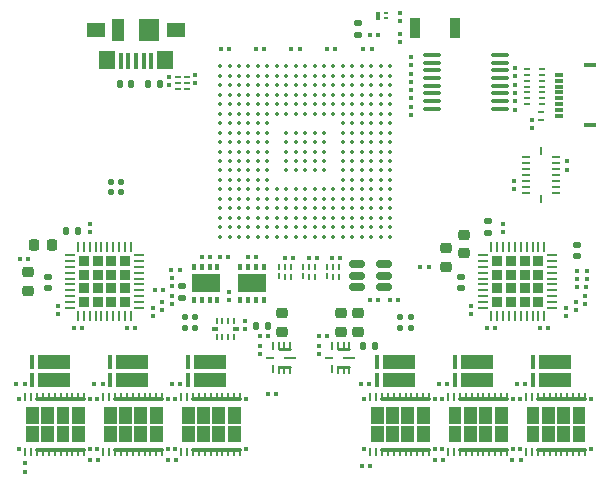
<source format=gtp>
%TF.GenerationSoftware,KiCad,Pcbnew,8.0.0-8.0.0-1~ubuntu22.04.1*%
%TF.CreationDate,2024-03-01T16:14:59+01:00*%
%TF.ProjectId,omodri_laas,6f6d6f64-7269-45f6-9c61-61732e6b6963,3.0*%
%TF.SameCoordinates,Original*%
%TF.FileFunction,Paste,Top*%
%TF.FilePolarity,Positive*%
%FSLAX46Y46*%
G04 Gerber Fmt 4.6, Leading zero omitted, Abs format (unit mm)*
G04 Created by KiCad (PCBNEW 8.0.0-8.0.0-1~ubuntu22.04.1) date 2024-03-01 16:14:59*
%MOMM*%
%LPD*%
G01*
G04 APERTURE LIST*
G04 Aperture macros list*
%AMRoundRect*
0 Rectangle with rounded corners*
0 $1 Rounding radius*
0 $2 $3 $4 $5 $6 $7 $8 $9 X,Y pos of 4 corners*
0 Add a 4 corners polygon primitive as box body*
4,1,4,$2,$3,$4,$5,$6,$7,$8,$9,$2,$3,0*
0 Add four circle primitives for the rounded corners*
1,1,$1+$1,$2,$3*
1,1,$1+$1,$4,$5*
1,1,$1+$1,$6,$7*
1,1,$1+$1,$8,$9*
0 Add four rect primitives between the rounded corners*
20,1,$1+$1,$2,$3,$4,$5,0*
20,1,$1+$1,$4,$5,$6,$7,0*
20,1,$1+$1,$6,$7,$8,$9,0*
20,1,$1+$1,$8,$9,$2,$3,0*%
G04 Aperture macros list end*
%ADD10C,0.250000*%
%ADD11C,0.300000*%
%ADD12C,0.100000*%
%ADD13RoundRect,0.100000X0.637500X0.100000X-0.637500X0.100000X-0.637500X-0.100000X0.637500X-0.100000X0*%
%ADD14RoundRect,0.079500X0.100500X-0.079500X0.100500X0.079500X-0.100500X0.079500X-0.100500X-0.079500X0*%
%ADD15RoundRect,0.079500X-0.079500X-0.100500X0.079500X-0.100500X0.079500X0.100500X-0.079500X0.100500X0*%
%ADD16RoundRect,0.140000X0.140000X0.170000X-0.140000X0.170000X-0.140000X-0.170000X0.140000X-0.170000X0*%
%ADD17RoundRect,0.218750X0.256250X-0.218750X0.256250X0.218750X-0.256250X0.218750X-0.256250X-0.218750X0*%
%ADD18RoundRect,0.079500X0.079500X0.100500X-0.079500X0.100500X-0.079500X-0.100500X0.079500X-0.100500X0*%
%ADD19R,2.700000X1.150000*%
%ADD20R,0.350000X1.150000*%
%ADD21R,0.250000X0.800000*%
%ADD22R,0.250000X0.700000*%
%ADD23R,1.100000X0.250000*%
%ADD24R,0.700000X0.250000*%
%ADD25R,0.300000X0.600000*%
%ADD26R,2.400000X1.650000*%
%ADD27RoundRect,0.079500X-0.100500X0.079500X-0.100500X-0.079500X0.100500X-0.079500X0.100500X0.079500X0*%
%ADD28RoundRect,0.140000X-0.170000X0.140000X-0.170000X-0.140000X0.170000X-0.140000X0.170000X0.140000X0*%
%ADD29R,0.400000X0.250000*%
%ADD30R,0.400000X0.700000*%
%ADD31RoundRect,0.147500X-0.172500X0.147500X-0.172500X-0.147500X0.172500X-0.147500X0.172500X0.147500X0*%
%ADD32RoundRect,0.140000X-0.140000X-0.170000X0.140000X-0.170000X0.140000X0.170000X-0.140000X0.170000X0*%
%ADD33RoundRect,0.225000X-0.250000X0.225000X-0.250000X-0.225000X0.250000X-0.225000X0.250000X0.225000X0*%
%ADD34RoundRect,0.225000X-0.225000X-0.250000X0.225000X-0.250000X0.225000X0.250000X-0.225000X0.250000X0*%
%ADD35RoundRect,0.147500X0.172500X-0.147500X0.172500X0.147500X-0.172500X0.147500X-0.172500X-0.147500X0*%
%ADD36RoundRect,0.225000X0.250000X-0.225000X0.250000X0.225000X-0.250000X0.225000X-0.250000X-0.225000X0*%
%ADD37R,0.700000X0.300000*%
%ADD38R,1.000000X0.300000*%
%ADD39RoundRect,0.232500X-0.232500X-0.232500X0.232500X-0.232500X0.232500X0.232500X-0.232500X0.232500X0*%
%ADD40RoundRect,0.062500X-0.350000X-0.062500X0.350000X-0.062500X0.350000X0.062500X-0.350000X0.062500X0*%
%ADD41RoundRect,0.062500X-0.062500X-0.350000X0.062500X-0.350000X0.062500X0.350000X-0.062500X0.350000X0*%
%ADD42R,0.249999X0.700001*%
%ADD43R,0.375001X0.429999*%
%ADD44RoundRect,0.150000X-0.512500X-0.150000X0.512500X-0.150000X0.512500X0.150000X-0.512500X0.150000X0*%
%ADD45R,0.450000X1.380000*%
%ADD46R,1.650000X1.300000*%
%ADD47R,1.425000X1.550000*%
%ADD48R,1.800000X1.900000*%
%ADD49R,1.000000X1.900000*%
%ADD50RoundRect,0.147500X-0.147500X-0.172500X0.147500X-0.172500X0.147500X0.172500X-0.147500X0.172500X0*%
%ADD51RoundRect,0.147500X0.147500X0.172500X-0.147500X0.172500X-0.147500X-0.172500X0.147500X-0.172500X0*%
%ADD52R,0.900000X1.700000*%
%ADD53R,0.675000X0.250000*%
%ADD54R,0.250000X0.675000*%
%ADD55R,0.250000X0.550000*%
%ADD56R,0.200000X0.550000*%
%ADD57R,0.600000X0.300000*%
%ADD58R,0.550000X0.200000*%
%ADD59R,0.500000X0.200000*%
%ADD60R,0.200000X0.500000*%
%ADD61RoundRect,0.125000X0.125000X0.125000X-0.125000X0.125000X-0.125000X-0.125000X0.125000X-0.125000X0*%
%ADD62R,0.510000X0.260000*%
%ADD63RoundRect,0.125000X-0.125000X-0.125000X0.125000X-0.125000X0.125000X0.125000X-0.125000X0.125000X0*%
%ADD64R,0.499999X0.200000*%
%ADD65C,0.350000*%
G04 APERTURE END LIST*
D10*
%TO.C,U13*%
X122750000Y-79225000D02*
X123750000Y-79225000D01*
X122750000Y-80775000D02*
X123750000Y-80775000D01*
D11*
%TO.C,Q2*%
X106270000Y-83450000D02*
X102330000Y-83450000D01*
X106270000Y-87750000D02*
X102330000Y-87750000D01*
D12*
X102350000Y-85450000D02*
X101350000Y-85450000D01*
X101350000Y-84150000D01*
X102350000Y-84150000D01*
X102350000Y-85450000D01*
G36*
X102350000Y-85450000D02*
G01*
X101350000Y-85450000D01*
X101350000Y-84150000D01*
X102350000Y-84150000D01*
X102350000Y-85450000D01*
G37*
X102350000Y-87000000D02*
X101350000Y-87000000D01*
X101350000Y-85750000D01*
X102350000Y-85750000D01*
X102350000Y-87000000D01*
G36*
X102350000Y-87000000D02*
G01*
X101350000Y-87000000D01*
X101350000Y-85750000D01*
X102350000Y-85750000D01*
X102350000Y-87000000D01*
G37*
X103650000Y-85450000D02*
X102650000Y-85450000D01*
X102650000Y-84150000D01*
X103650000Y-84150000D01*
X103650000Y-85450000D01*
G36*
X103650000Y-85450000D02*
G01*
X102650000Y-85450000D01*
X102650000Y-84150000D01*
X103650000Y-84150000D01*
X103650000Y-85450000D01*
G37*
X103650000Y-87000000D02*
X102650000Y-87000000D01*
X102650000Y-85750000D01*
X103650000Y-85750000D01*
X103650000Y-87000000D01*
G36*
X103650000Y-87000000D02*
G01*
X102650000Y-87000000D01*
X102650000Y-85750000D01*
X103650000Y-85750000D01*
X103650000Y-87000000D01*
G37*
X104950000Y-85450000D02*
X103950000Y-85450000D01*
X103950000Y-84150000D01*
X104950000Y-84150000D01*
X104950000Y-85450000D01*
G36*
X104950000Y-85450000D02*
G01*
X103950000Y-85450000D01*
X103950000Y-84150000D01*
X104950000Y-84150000D01*
X104950000Y-85450000D01*
G37*
X104950000Y-87000000D02*
X103950000Y-87000000D01*
X103950000Y-85750000D01*
X104950000Y-85750000D01*
X104950000Y-87000000D01*
G36*
X104950000Y-87000000D02*
G01*
X103950000Y-87000000D01*
X103950000Y-85750000D01*
X104950000Y-85750000D01*
X104950000Y-87000000D01*
G37*
X106250000Y-85450000D02*
X105250000Y-85450000D01*
X105250000Y-84150000D01*
X106250000Y-84150000D01*
X106250000Y-85450000D01*
G36*
X106250000Y-85450000D02*
G01*
X105250000Y-85450000D01*
X105250000Y-84150000D01*
X106250000Y-84150000D01*
X106250000Y-85450000D01*
G37*
X106250000Y-87000000D02*
X105250000Y-87000000D01*
X105250000Y-85750000D01*
X106250000Y-85750000D01*
X106250000Y-87000000D01*
G36*
X106250000Y-87000000D02*
G01*
X105250000Y-87000000D01*
X105250000Y-85750000D01*
X106250000Y-85750000D01*
X106250000Y-87000000D01*
G37*
D11*
%TO.C,Q3*%
X112870000Y-83450000D02*
X108930000Y-83450000D01*
X112870000Y-87750000D02*
X108930000Y-87750000D01*
D12*
X108950000Y-85450000D02*
X107950000Y-85450000D01*
X107950000Y-84150000D01*
X108950000Y-84150000D01*
X108950000Y-85450000D01*
G36*
X108950000Y-85450000D02*
G01*
X107950000Y-85450000D01*
X107950000Y-84150000D01*
X108950000Y-84150000D01*
X108950000Y-85450000D01*
G37*
X108950000Y-87000000D02*
X107950000Y-87000000D01*
X107950000Y-85750000D01*
X108950000Y-85750000D01*
X108950000Y-87000000D01*
G36*
X108950000Y-87000000D02*
G01*
X107950000Y-87000000D01*
X107950000Y-85750000D01*
X108950000Y-85750000D01*
X108950000Y-87000000D01*
G37*
X110250000Y-85450000D02*
X109250000Y-85450000D01*
X109250000Y-84150000D01*
X110250000Y-84150000D01*
X110250000Y-85450000D01*
G36*
X110250000Y-85450000D02*
G01*
X109250000Y-85450000D01*
X109250000Y-84150000D01*
X110250000Y-84150000D01*
X110250000Y-85450000D01*
G37*
X110250000Y-87000000D02*
X109250000Y-87000000D01*
X109250000Y-85750000D01*
X110250000Y-85750000D01*
X110250000Y-87000000D01*
G36*
X110250000Y-87000000D02*
G01*
X109250000Y-87000000D01*
X109250000Y-85750000D01*
X110250000Y-85750000D01*
X110250000Y-87000000D01*
G37*
X111550000Y-85450000D02*
X110550000Y-85450000D01*
X110550000Y-84150000D01*
X111550000Y-84150000D01*
X111550000Y-85450000D01*
G36*
X111550000Y-85450000D02*
G01*
X110550000Y-85450000D01*
X110550000Y-84150000D01*
X111550000Y-84150000D01*
X111550000Y-85450000D01*
G37*
X111550000Y-87000000D02*
X110550000Y-87000000D01*
X110550000Y-85750000D01*
X111550000Y-85750000D01*
X111550000Y-87000000D01*
G36*
X111550000Y-87000000D02*
G01*
X110550000Y-87000000D01*
X110550000Y-85750000D01*
X111550000Y-85750000D01*
X111550000Y-87000000D01*
G37*
X112850000Y-85450000D02*
X111850000Y-85450000D01*
X111850000Y-84150000D01*
X112850000Y-84150000D01*
X112850000Y-85450000D01*
G36*
X112850000Y-85450000D02*
G01*
X111850000Y-85450000D01*
X111850000Y-84150000D01*
X112850000Y-84150000D01*
X112850000Y-85450000D01*
G37*
X112850000Y-87000000D02*
X111850000Y-87000000D01*
X111850000Y-85750000D01*
X112850000Y-85750000D01*
X112850000Y-87000000D01*
G36*
X112850000Y-87000000D02*
G01*
X111850000Y-87000000D01*
X111850000Y-85750000D01*
X112850000Y-85750000D01*
X112850000Y-87000000D01*
G37*
D11*
%TO.C,Q4*%
X119470000Y-83450000D02*
X115530000Y-83450000D01*
X119470000Y-87750000D02*
X115530000Y-87750000D01*
D12*
X115550000Y-85450000D02*
X114550000Y-85450000D01*
X114550000Y-84150000D01*
X115550000Y-84150000D01*
X115550000Y-85450000D01*
G36*
X115550000Y-85450000D02*
G01*
X114550000Y-85450000D01*
X114550000Y-84150000D01*
X115550000Y-84150000D01*
X115550000Y-85450000D01*
G37*
X115550000Y-87000000D02*
X114550000Y-87000000D01*
X114550000Y-85750000D01*
X115550000Y-85750000D01*
X115550000Y-87000000D01*
G36*
X115550000Y-87000000D02*
G01*
X114550000Y-87000000D01*
X114550000Y-85750000D01*
X115550000Y-85750000D01*
X115550000Y-87000000D01*
G37*
X116850000Y-85450000D02*
X115850000Y-85450000D01*
X115850000Y-84150000D01*
X116850000Y-84150000D01*
X116850000Y-85450000D01*
G36*
X116850000Y-85450000D02*
G01*
X115850000Y-85450000D01*
X115850000Y-84150000D01*
X116850000Y-84150000D01*
X116850000Y-85450000D01*
G37*
X116850000Y-87000000D02*
X115850000Y-87000000D01*
X115850000Y-85750000D01*
X116850000Y-85750000D01*
X116850000Y-87000000D01*
G36*
X116850000Y-87000000D02*
G01*
X115850000Y-87000000D01*
X115850000Y-85750000D01*
X116850000Y-85750000D01*
X116850000Y-87000000D01*
G37*
X118150000Y-85450000D02*
X117150000Y-85450000D01*
X117150000Y-84150000D01*
X118150000Y-84150000D01*
X118150000Y-85450000D01*
G36*
X118150000Y-85450000D02*
G01*
X117150000Y-85450000D01*
X117150000Y-84150000D01*
X118150000Y-84150000D01*
X118150000Y-85450000D01*
G37*
X118150000Y-87000000D02*
X117150000Y-87000000D01*
X117150000Y-85750000D01*
X118150000Y-85750000D01*
X118150000Y-87000000D01*
G36*
X118150000Y-87000000D02*
G01*
X117150000Y-87000000D01*
X117150000Y-85750000D01*
X118150000Y-85750000D01*
X118150000Y-87000000D01*
G37*
X119450000Y-85450000D02*
X118450000Y-85450000D01*
X118450000Y-84150000D01*
X119450000Y-84150000D01*
X119450000Y-85450000D01*
G36*
X119450000Y-85450000D02*
G01*
X118450000Y-85450000D01*
X118450000Y-84150000D01*
X119450000Y-84150000D01*
X119450000Y-85450000D01*
G37*
X119450000Y-87000000D02*
X118450000Y-87000000D01*
X118450000Y-85750000D01*
X119450000Y-85750000D01*
X119450000Y-87000000D01*
G36*
X119450000Y-87000000D02*
G01*
X118450000Y-87000000D01*
X118450000Y-85750000D01*
X119450000Y-85750000D01*
X119450000Y-87000000D01*
G37*
D11*
%TO.C,Q5*%
X135470000Y-83450000D02*
X131530000Y-83450000D01*
X135470000Y-87750000D02*
X131530000Y-87750000D01*
D12*
X131550000Y-85450000D02*
X130550000Y-85450000D01*
X130550000Y-84150000D01*
X131550000Y-84150000D01*
X131550000Y-85450000D01*
G36*
X131550000Y-85450000D02*
G01*
X130550000Y-85450000D01*
X130550000Y-84150000D01*
X131550000Y-84150000D01*
X131550000Y-85450000D01*
G37*
X131550000Y-87000000D02*
X130550000Y-87000000D01*
X130550000Y-85750000D01*
X131550000Y-85750000D01*
X131550000Y-87000000D01*
G36*
X131550000Y-87000000D02*
G01*
X130550000Y-87000000D01*
X130550000Y-85750000D01*
X131550000Y-85750000D01*
X131550000Y-87000000D01*
G37*
X132850000Y-85450000D02*
X131850000Y-85450000D01*
X131850000Y-84150000D01*
X132850000Y-84150000D01*
X132850000Y-85450000D01*
G36*
X132850000Y-85450000D02*
G01*
X131850000Y-85450000D01*
X131850000Y-84150000D01*
X132850000Y-84150000D01*
X132850000Y-85450000D01*
G37*
X132850000Y-87000000D02*
X131850000Y-87000000D01*
X131850000Y-85750000D01*
X132850000Y-85750000D01*
X132850000Y-87000000D01*
G36*
X132850000Y-87000000D02*
G01*
X131850000Y-87000000D01*
X131850000Y-85750000D01*
X132850000Y-85750000D01*
X132850000Y-87000000D01*
G37*
X134150000Y-85450000D02*
X133150000Y-85450000D01*
X133150000Y-84150000D01*
X134150000Y-84150000D01*
X134150000Y-85450000D01*
G36*
X134150000Y-85450000D02*
G01*
X133150000Y-85450000D01*
X133150000Y-84150000D01*
X134150000Y-84150000D01*
X134150000Y-85450000D01*
G37*
X134150000Y-87000000D02*
X133150000Y-87000000D01*
X133150000Y-85750000D01*
X134150000Y-85750000D01*
X134150000Y-87000000D01*
G36*
X134150000Y-87000000D02*
G01*
X133150000Y-87000000D01*
X133150000Y-85750000D01*
X134150000Y-85750000D01*
X134150000Y-87000000D01*
G37*
X135450000Y-85450000D02*
X134450000Y-85450000D01*
X134450000Y-84150000D01*
X135450000Y-84150000D01*
X135450000Y-85450000D01*
G36*
X135450000Y-85450000D02*
G01*
X134450000Y-85450000D01*
X134450000Y-84150000D01*
X135450000Y-84150000D01*
X135450000Y-85450000D01*
G37*
X135450000Y-87000000D02*
X134450000Y-87000000D01*
X134450000Y-85750000D01*
X135450000Y-85750000D01*
X135450000Y-87000000D01*
G36*
X135450000Y-87000000D02*
G01*
X134450000Y-87000000D01*
X134450000Y-85750000D01*
X135450000Y-85750000D01*
X135450000Y-87000000D01*
G37*
D11*
%TO.C,Q6*%
X142070000Y-83450000D02*
X138130000Y-83450000D01*
X142070000Y-87750000D02*
X138130000Y-87750000D01*
D12*
X138150000Y-85450000D02*
X137150000Y-85450000D01*
X137150000Y-84150000D01*
X138150000Y-84150000D01*
X138150000Y-85450000D01*
G36*
X138150000Y-85450000D02*
G01*
X137150000Y-85450000D01*
X137150000Y-84150000D01*
X138150000Y-84150000D01*
X138150000Y-85450000D01*
G37*
X138150000Y-87000000D02*
X137150000Y-87000000D01*
X137150000Y-85750000D01*
X138150000Y-85750000D01*
X138150000Y-87000000D01*
G36*
X138150000Y-87000000D02*
G01*
X137150000Y-87000000D01*
X137150000Y-85750000D01*
X138150000Y-85750000D01*
X138150000Y-87000000D01*
G37*
X139450000Y-85450000D02*
X138450000Y-85450000D01*
X138450000Y-84150000D01*
X139450000Y-84150000D01*
X139450000Y-85450000D01*
G36*
X139450000Y-85450000D02*
G01*
X138450000Y-85450000D01*
X138450000Y-84150000D01*
X139450000Y-84150000D01*
X139450000Y-85450000D01*
G37*
X139450000Y-87000000D02*
X138450000Y-87000000D01*
X138450000Y-85750000D01*
X139450000Y-85750000D01*
X139450000Y-87000000D01*
G36*
X139450000Y-87000000D02*
G01*
X138450000Y-87000000D01*
X138450000Y-85750000D01*
X139450000Y-85750000D01*
X139450000Y-87000000D01*
G37*
X140750000Y-85450000D02*
X139750000Y-85450000D01*
X139750000Y-84150000D01*
X140750000Y-84150000D01*
X140750000Y-85450000D01*
G36*
X140750000Y-85450000D02*
G01*
X139750000Y-85450000D01*
X139750000Y-84150000D01*
X140750000Y-84150000D01*
X140750000Y-85450000D01*
G37*
X140750000Y-87000000D02*
X139750000Y-87000000D01*
X139750000Y-85750000D01*
X140750000Y-85750000D01*
X140750000Y-87000000D01*
G36*
X140750000Y-87000000D02*
G01*
X139750000Y-87000000D01*
X139750000Y-85750000D01*
X140750000Y-85750000D01*
X140750000Y-87000000D01*
G37*
X142050000Y-85450000D02*
X141050000Y-85450000D01*
X141050000Y-84150000D01*
X142050000Y-84150000D01*
X142050000Y-85450000D01*
G36*
X142050000Y-85450000D02*
G01*
X141050000Y-85450000D01*
X141050000Y-84150000D01*
X142050000Y-84150000D01*
X142050000Y-85450000D01*
G37*
X142050000Y-87000000D02*
X141050000Y-87000000D01*
X141050000Y-85750000D01*
X142050000Y-85750000D01*
X142050000Y-87000000D01*
G36*
X142050000Y-87000000D02*
G01*
X141050000Y-87000000D01*
X141050000Y-85750000D01*
X142050000Y-85750000D01*
X142050000Y-87000000D01*
G37*
D11*
%TO.C,Q7*%
X148670000Y-83450000D02*
X144730000Y-83450000D01*
X148670000Y-87750000D02*
X144730000Y-87750000D01*
D12*
X144750000Y-85450000D02*
X143750000Y-85450000D01*
X143750000Y-84150000D01*
X144750000Y-84150000D01*
X144750000Y-85450000D01*
G36*
X144750000Y-85450000D02*
G01*
X143750000Y-85450000D01*
X143750000Y-84150000D01*
X144750000Y-84150000D01*
X144750000Y-85450000D01*
G37*
X144750000Y-87000000D02*
X143750000Y-87000000D01*
X143750000Y-85750000D01*
X144750000Y-85750000D01*
X144750000Y-87000000D01*
G36*
X144750000Y-87000000D02*
G01*
X143750000Y-87000000D01*
X143750000Y-85750000D01*
X144750000Y-85750000D01*
X144750000Y-87000000D01*
G37*
X146050000Y-85450000D02*
X145050000Y-85450000D01*
X145050000Y-84150000D01*
X146050000Y-84150000D01*
X146050000Y-85450000D01*
G36*
X146050000Y-85450000D02*
G01*
X145050000Y-85450000D01*
X145050000Y-84150000D01*
X146050000Y-84150000D01*
X146050000Y-85450000D01*
G37*
X146050000Y-87000000D02*
X145050000Y-87000000D01*
X145050000Y-85750000D01*
X146050000Y-85750000D01*
X146050000Y-87000000D01*
G36*
X146050000Y-87000000D02*
G01*
X145050000Y-87000000D01*
X145050000Y-85750000D01*
X146050000Y-85750000D01*
X146050000Y-87000000D01*
G37*
X147350000Y-85450000D02*
X146350000Y-85450000D01*
X146350000Y-84150000D01*
X147350000Y-84150000D01*
X147350000Y-85450000D01*
G36*
X147350000Y-85450000D02*
G01*
X146350000Y-85450000D01*
X146350000Y-84150000D01*
X147350000Y-84150000D01*
X147350000Y-85450000D01*
G37*
X147350000Y-87000000D02*
X146350000Y-87000000D01*
X146350000Y-85750000D01*
X147350000Y-85750000D01*
X147350000Y-87000000D01*
G36*
X147350000Y-87000000D02*
G01*
X146350000Y-87000000D01*
X146350000Y-85750000D01*
X147350000Y-85750000D01*
X147350000Y-87000000D01*
G37*
X148650000Y-85450000D02*
X147650000Y-85450000D01*
X147650000Y-84150000D01*
X148650000Y-84150000D01*
X148650000Y-85450000D01*
G36*
X148650000Y-85450000D02*
G01*
X147650000Y-85450000D01*
X147650000Y-84150000D01*
X148650000Y-84150000D01*
X148650000Y-85450000D01*
G37*
X148650000Y-87000000D02*
X147650000Y-87000000D01*
X147650000Y-85750000D01*
X148650000Y-85750000D01*
X148650000Y-87000000D01*
G36*
X148650000Y-87000000D02*
G01*
X147650000Y-87000000D01*
X147650000Y-85750000D01*
X148650000Y-85750000D01*
X148650000Y-87000000D01*
G37*
D10*
%TO.C,U12*%
X127750000Y-79225000D02*
X128750000Y-79225000D01*
X127750000Y-80775000D02*
X128750000Y-80775000D01*
%TD*%
D13*
%TO.C,U5*%
X141462500Y-58875000D03*
X141462500Y-58225000D03*
X141462500Y-57575000D03*
X141462500Y-56925000D03*
X141462500Y-56275000D03*
X141462500Y-55625000D03*
X141462500Y-54975000D03*
X141462500Y-54325000D03*
X135737500Y-54325000D03*
X135737500Y-54975000D03*
X135737500Y-55625000D03*
X135737500Y-56275000D03*
X135737500Y-56925000D03*
X135737500Y-57575000D03*
X135737500Y-58225000D03*
X135737500Y-58875000D03*
%TD*%
D14*
%TO.C,C41*%
X141750000Y-69345000D03*
X141750000Y-68655000D03*
%TD*%
D15*
%TO.C,C49*%
X144905000Y-77450000D03*
X145595000Y-77450000D03*
%TD*%
D16*
%TO.C,C65*%
X121830000Y-77250000D03*
X120870000Y-77250000D03*
%TD*%
D15*
%TO.C,C69*%
X132155000Y-75100000D03*
X132845000Y-75100000D03*
%TD*%
D17*
%TO.C,FB3*%
X123000000Y-77787500D03*
X123000000Y-76212500D03*
%TD*%
D18*
%TO.C,R26*%
X130625000Y-53800000D03*
X129935000Y-53800000D03*
%TD*%
D19*
%TO.C,R40*%
X132925000Y-81875000D03*
D20*
X131100000Y-81875000D03*
X131100000Y-80325000D03*
D19*
X132925000Y-80325000D03*
%TD*%
D21*
%TO.C,U13*%
X122250000Y-80950000D03*
D22*
X122750000Y-81000000D03*
X123250000Y-81000000D03*
X123750000Y-81000000D03*
D23*
X123750000Y-80000000D03*
D22*
X123750000Y-79000000D03*
X123250000Y-79000000D03*
X122750000Y-79000000D03*
X122250000Y-79000000D03*
D24*
X122050000Y-80000000D03*
%TD*%
D14*
%TO.C,R44*%
X148700000Y-75415000D03*
X148700000Y-74725000D03*
%TD*%
%TO.C,R23*%
X134000000Y-59395000D03*
X134000000Y-58705000D03*
%TD*%
D25*
%TO.C,U17*%
X121475000Y-72250000D03*
X120825000Y-72250000D03*
X120175000Y-72250000D03*
X119525000Y-72250000D03*
X119525000Y-75050000D03*
X120175000Y-75050000D03*
X120825000Y-75050000D03*
X121475000Y-75050000D03*
D26*
X120500000Y-73650000D03*
%TD*%
D18*
%TO.C,C45*%
X141095000Y-77450000D03*
X140405000Y-77450000D03*
%TD*%
D27*
%TO.C,R20*%
X142800000Y-55455000D03*
X142800000Y-56145000D03*
%TD*%
%TO.C,R21*%
X134000000Y-54505000D03*
X134000000Y-55195000D03*
%TD*%
D28*
%TO.C,C37*%
X138200000Y-73120000D03*
X138200000Y-74080000D03*
%TD*%
D29*
%TO.C,Q1*%
X131850000Y-51225000D03*
X131850000Y-50775000D03*
D30*
X131150000Y-51000000D03*
%TD*%
D27*
%TO.C,C43*%
X139050000Y-75605000D03*
X139050000Y-76295000D03*
%TD*%
D19*
%TO.C,R41*%
X139525000Y-81875000D03*
D20*
X137700000Y-81875000D03*
X137700000Y-80325000D03*
D19*
X139525000Y-80325000D03*
%TD*%
D27*
%TO.C,R37*%
X113700000Y-73225000D03*
X113700000Y-73915000D03*
%TD*%
D14*
%TO.C,R45*%
X148000000Y-73275000D03*
X148000000Y-72585000D03*
%TD*%
%TO.C,R46*%
X148875000Y-73275000D03*
X148875000Y-72585000D03*
%TD*%
D31*
%TO.C,D9*%
X114600000Y-73890000D03*
X114600000Y-74860000D03*
%TD*%
D32*
%TO.C,C27*%
X104790000Y-69200000D03*
X105750000Y-69200000D03*
%TD*%
D18*
%TO.C,R53*%
X121865000Y-78100000D03*
X121175000Y-78100000D03*
%TD*%
D32*
%TO.C,C62*%
X129920000Y-79000000D03*
X130880000Y-79000000D03*
%TD*%
D27*
%TO.C,R52*%
X126200000Y-78975000D03*
X126200000Y-79665000D03*
%TD*%
D33*
%TO.C,C25*%
X101500000Y-72725000D03*
X101500000Y-74275000D03*
%TD*%
D34*
%TO.C,C29*%
X102025000Y-70400000D03*
X103575000Y-70400000D03*
%TD*%
D14*
%TO.C,C28*%
X106750000Y-69345000D03*
X106750000Y-68655000D03*
%TD*%
D18*
%TO.C,C68*%
X131195000Y-75100000D03*
X130505000Y-75100000D03*
%TD*%
%TO.C,R51*%
X126865000Y-78100000D03*
X126175000Y-78100000D03*
%TD*%
D15*
%TO.C,C31*%
X112255000Y-74250000D03*
X112945000Y-74250000D03*
%TD*%
D35*
%TO.C,D10*%
X148000000Y-71370000D03*
X148000000Y-70400000D03*
%TD*%
D28*
%TO.C,C40*%
X140500000Y-68420000D03*
X140500000Y-69380000D03*
%TD*%
D36*
%TO.C,C38*%
X136900000Y-72250000D03*
X136900000Y-70700000D03*
%TD*%
D19*
%TO.C,R39*%
X116925000Y-81875000D03*
D20*
X115100000Y-81875000D03*
X115100000Y-80325000D03*
D19*
X116925000Y-80325000D03*
%TD*%
D15*
%TO.C,C36*%
X109905000Y-77450000D03*
X110595000Y-77450000D03*
%TD*%
D27*
%TO.C,C30*%
X104050000Y-75605000D03*
X104050000Y-76295000D03*
%TD*%
D18*
%TO.C,C32*%
X106095000Y-77450000D03*
X105405000Y-77450000D03*
%TD*%
D19*
%TO.C,R32*%
X110325000Y-81875000D03*
D20*
X108500000Y-81875000D03*
X108500000Y-80325000D03*
D19*
X110325000Y-80325000D03*
%TD*%
D14*
%TO.C,R42*%
X147100000Y-76415000D03*
X147100000Y-75725000D03*
%TD*%
%TO.C,R34*%
X112900000Y-75915000D03*
X112900000Y-75225000D03*
%TD*%
D27*
%TO.C,R54*%
X121200000Y-78975000D03*
X121200000Y-79665000D03*
%TD*%
D17*
%TO.C,FB1*%
X128000000Y-77787500D03*
X128000000Y-76212500D03*
%TD*%
%TO.C,FB2*%
X129500000Y-77787500D03*
X129500000Y-76212500D03*
%TD*%
D27*
%TO.C,R29*%
X133000000Y-50755000D03*
X133000000Y-51445000D03*
%TD*%
D14*
%TO.C,C14*%
X134000000Y-56595000D03*
X134000000Y-55905000D03*
%TD*%
%TO.C,R33*%
X112100000Y-76415000D03*
X112100000Y-75725000D03*
%TD*%
%TO.C,R43*%
X147900000Y-75915000D03*
X147900000Y-75225000D03*
%TD*%
%TO.C,R35*%
X113700000Y-75415000D03*
X113700000Y-74725000D03*
%TD*%
%TO.C,R19*%
X142800000Y-57545000D03*
X142800000Y-56855000D03*
%TD*%
D19*
%TO.C,R31*%
X103725000Y-81875000D03*
D20*
X101900000Y-81875000D03*
X101900000Y-80325000D03*
D19*
X103725000Y-80325000D03*
%TD*%
D37*
%TO.C,J5*%
X146500000Y-59500000D03*
X146500000Y-59000000D03*
X146500000Y-58500000D03*
X146500000Y-58000000D03*
X146500000Y-57500000D03*
X146500000Y-57000000D03*
X146500000Y-56500000D03*
X146500000Y-56000000D03*
D38*
X149150000Y-60290000D03*
X149150000Y-55210000D03*
%TD*%
D19*
%TO.C,R47*%
X146125000Y-81875000D03*
D20*
X144300000Y-81875000D03*
X144300000Y-80325000D03*
D19*
X146125000Y-80325000D03*
%TD*%
D39*
%TO.C,U9*%
X106275000Y-71775000D03*
X106275000Y-72925000D03*
X106275000Y-74075000D03*
X106275000Y-75225000D03*
X107425000Y-71775000D03*
X107425000Y-72925000D03*
X107425000Y-74075000D03*
X107425000Y-75225000D03*
X108575000Y-71775000D03*
X108575000Y-72925000D03*
X108575000Y-74075000D03*
X108575000Y-75225000D03*
X109725000Y-71775000D03*
X109725000Y-72925000D03*
X109725000Y-74075000D03*
X109725000Y-75225000D03*
D40*
X105062500Y-71250000D03*
X105062500Y-71750000D03*
X105062500Y-72250000D03*
X105062500Y-72750000D03*
X105062500Y-73250000D03*
X105062500Y-73750000D03*
X105062500Y-74250000D03*
X105062500Y-74750000D03*
X105062500Y-75250000D03*
X105062500Y-75750000D03*
D41*
X105750000Y-76437500D03*
X106250000Y-76437500D03*
X106750000Y-76437500D03*
X107250000Y-76437500D03*
X107750000Y-76437500D03*
X108250000Y-76437500D03*
X108750000Y-76437500D03*
X109250000Y-76437500D03*
X109750000Y-76437500D03*
X110250000Y-76437500D03*
D40*
X110937500Y-75750000D03*
X110937500Y-75250000D03*
X110937500Y-74750000D03*
X110937500Y-74250000D03*
X110937500Y-73750000D03*
X110937500Y-73250000D03*
X110937500Y-72750000D03*
X110937500Y-72250000D03*
X110937500Y-71750000D03*
X110937500Y-71250000D03*
D41*
X110250000Y-70562500D03*
X109750000Y-70562500D03*
X109250000Y-70562500D03*
X108750000Y-70562500D03*
X108250000Y-70562500D03*
X107750000Y-70562500D03*
X107250000Y-70562500D03*
X106750000Y-70562500D03*
X106250000Y-70562500D03*
X105750000Y-70562500D03*
%TD*%
D39*
%TO.C,U10*%
X141275000Y-71775000D03*
X141275000Y-72925000D03*
X141275000Y-74075000D03*
X141275000Y-75225000D03*
X142425000Y-71775000D03*
X142425000Y-72925000D03*
X142425000Y-74075000D03*
X142425000Y-75225000D03*
X143575000Y-71775000D03*
X143575000Y-72925000D03*
X143575000Y-74075000D03*
X143575000Y-75225000D03*
X144725000Y-71775000D03*
X144725000Y-72925000D03*
X144725000Y-74075000D03*
X144725000Y-75225000D03*
D40*
X140062500Y-71250000D03*
X140062500Y-71750000D03*
X140062500Y-72250000D03*
X140062500Y-72750000D03*
X140062500Y-73250000D03*
X140062500Y-73750000D03*
X140062500Y-74250000D03*
X140062500Y-74750000D03*
X140062500Y-75250000D03*
X140062500Y-75750000D03*
D41*
X140750000Y-76437500D03*
X141250000Y-76437500D03*
X141750000Y-76437500D03*
X142250000Y-76437500D03*
X142750000Y-76437500D03*
X143250000Y-76437500D03*
X143750000Y-76437500D03*
X144250000Y-76437500D03*
X144750000Y-76437500D03*
X145250000Y-76437500D03*
D40*
X145937500Y-75750000D03*
X145937500Y-75250000D03*
X145937500Y-74750000D03*
X145937500Y-74250000D03*
X145937500Y-73750000D03*
X145937500Y-73250000D03*
X145937500Y-72750000D03*
X145937500Y-72250000D03*
X145937500Y-71750000D03*
X145937500Y-71250000D03*
D41*
X145250000Y-70562500D03*
X144750000Y-70562500D03*
X144250000Y-70562500D03*
X143750000Y-70562500D03*
X143250000Y-70562500D03*
X142750000Y-70562500D03*
X142250000Y-70562500D03*
X141750000Y-70562500D03*
X141250000Y-70562500D03*
X140750000Y-70562500D03*
%TD*%
D27*
%TO.C,R18*%
X142800000Y-58255000D03*
X142800000Y-58945000D03*
%TD*%
D42*
%TO.C,Q2*%
X101300000Y-87950000D03*
X101799999Y-87950000D03*
X102300000Y-87950000D03*
X102799999Y-87950000D03*
X103300001Y-87950000D03*
X103800000Y-87950000D03*
X104299999Y-87950000D03*
X104800001Y-87950000D03*
X105300000Y-87950000D03*
X105800001Y-87950000D03*
X106300000Y-87950000D03*
X106300000Y-83250000D03*
X105800001Y-83250000D03*
X105300000Y-83250000D03*
X104800001Y-83250000D03*
X104299999Y-83250000D03*
X103800000Y-83250000D03*
X103300001Y-83250000D03*
X102799999Y-83250000D03*
X102300000Y-83250000D03*
X101799999Y-83250000D03*
X101300000Y-83250000D03*
D43*
X100787001Y-87715000D03*
X106812999Y-87715000D03*
X106812999Y-83485000D03*
X100787001Y-83485000D03*
%TD*%
D42*
%TO.C,Q3*%
X107900000Y-87950000D03*
X108399999Y-87950000D03*
X108900000Y-87950000D03*
X109399999Y-87950000D03*
X109900001Y-87950000D03*
X110400000Y-87950000D03*
X110899999Y-87950000D03*
X111400001Y-87950000D03*
X111900000Y-87950000D03*
X112400001Y-87950000D03*
X112900000Y-87950000D03*
X112900000Y-83250000D03*
X112400001Y-83250000D03*
X111900000Y-83250000D03*
X111400001Y-83250000D03*
X110899999Y-83250000D03*
X110400000Y-83250000D03*
X109900001Y-83250000D03*
X109399999Y-83250000D03*
X108900000Y-83250000D03*
X108399999Y-83250000D03*
X107900000Y-83250000D03*
D43*
X107387001Y-87715000D03*
X113412999Y-87715000D03*
X113412999Y-83485000D03*
X107387001Y-83485000D03*
%TD*%
D42*
%TO.C,Q4*%
X114500000Y-87950000D03*
X114999999Y-87950000D03*
X115500000Y-87950000D03*
X115999999Y-87950000D03*
X116500001Y-87950000D03*
X117000000Y-87950000D03*
X117499999Y-87950000D03*
X118000001Y-87950000D03*
X118500000Y-87950000D03*
X119000001Y-87950000D03*
X119500000Y-87950000D03*
X119500000Y-83250000D03*
X119000001Y-83250000D03*
X118500000Y-83250000D03*
X118000001Y-83250000D03*
X117499999Y-83250000D03*
X117000000Y-83250000D03*
X116500001Y-83250000D03*
X115999999Y-83250000D03*
X115500000Y-83250000D03*
X114999999Y-83250000D03*
X114500000Y-83250000D03*
D43*
X113987001Y-87715000D03*
X120012999Y-87715000D03*
X120012999Y-83485000D03*
X113987001Y-83485000D03*
%TD*%
D42*
%TO.C,Q5*%
X130500000Y-87950000D03*
X130999999Y-87950000D03*
X131500000Y-87950000D03*
X131999999Y-87950000D03*
X132500001Y-87950000D03*
X133000000Y-87950000D03*
X133499999Y-87950000D03*
X134000001Y-87950000D03*
X134500000Y-87950000D03*
X135000001Y-87950000D03*
X135500000Y-87950000D03*
X135500000Y-83250000D03*
X135000001Y-83250000D03*
X134500000Y-83250000D03*
X134000001Y-83250000D03*
X133499999Y-83250000D03*
X133000000Y-83250000D03*
X132500001Y-83250000D03*
X131999999Y-83250000D03*
X131500000Y-83250000D03*
X130999999Y-83250000D03*
X130500000Y-83250000D03*
D43*
X129987001Y-87715000D03*
X136012999Y-87715000D03*
X136012999Y-83485000D03*
X129987001Y-83485000D03*
%TD*%
D42*
%TO.C,Q6*%
X137100000Y-87950000D03*
X137599999Y-87950000D03*
X138100000Y-87950000D03*
X138599999Y-87950000D03*
X139100001Y-87950000D03*
X139600000Y-87950000D03*
X140099999Y-87950000D03*
X140600001Y-87950000D03*
X141100000Y-87950000D03*
X141600001Y-87950000D03*
X142100000Y-87950000D03*
X142100000Y-83250000D03*
X141600001Y-83250000D03*
X141100000Y-83250000D03*
X140600001Y-83250000D03*
X140099999Y-83250000D03*
X139600000Y-83250000D03*
X139100001Y-83250000D03*
X138599999Y-83250000D03*
X138100000Y-83250000D03*
X137599999Y-83250000D03*
X137100000Y-83250000D03*
D43*
X136587001Y-87715000D03*
X142612999Y-87715000D03*
X142612999Y-83485000D03*
X136587001Y-83485000D03*
%TD*%
D42*
%TO.C,Q7*%
X143700000Y-87950000D03*
X144199999Y-87950000D03*
X144700000Y-87950000D03*
X145199999Y-87950000D03*
X145700001Y-87950000D03*
X146200000Y-87950000D03*
X146699999Y-87950000D03*
X147200001Y-87950000D03*
X147700000Y-87950000D03*
X148200001Y-87950000D03*
X148700000Y-87950000D03*
X148700000Y-83250000D03*
X148200001Y-83250000D03*
X147700000Y-83250000D03*
X147200001Y-83250000D03*
X146699999Y-83250000D03*
X146200000Y-83250000D03*
X145700001Y-83250000D03*
X145199999Y-83250000D03*
X144700000Y-83250000D03*
X144199999Y-83250000D03*
X143700000Y-83250000D03*
D43*
X143187001Y-87715000D03*
X149212999Y-87715000D03*
X149212999Y-83485000D03*
X143187001Y-83485000D03*
%TD*%
D44*
%TO.C,U14*%
X129362500Y-72050000D03*
X129362500Y-73000000D03*
X129362500Y-73950000D03*
X131637500Y-73950000D03*
X131637500Y-73000000D03*
X131637500Y-72050000D03*
%TD*%
D35*
%TO.C,D6*%
X129500000Y-52600000D03*
X129500000Y-51630000D03*
%TD*%
D15*
%TO.C,C44*%
X148055000Y-74000000D03*
X148745000Y-74000000D03*
%TD*%
D21*
%TO.C,U12*%
X127250000Y-80950000D03*
D22*
X127750000Y-81000000D03*
X128250000Y-81000000D03*
X128750000Y-81000000D03*
D23*
X128750000Y-80000000D03*
D22*
X128750000Y-79000000D03*
X128250000Y-79000000D03*
X127750000Y-79000000D03*
X127250000Y-79000000D03*
D24*
X127050000Y-80000000D03*
%TD*%
D36*
%TO.C,C42*%
X138450000Y-71125000D03*
X138450000Y-69575000D03*
%TD*%
D15*
%TO.C,C101*%
X120150000Y-71400000D03*
X120840000Y-71400000D03*
%TD*%
%TO.C,R38*%
X113675000Y-72500000D03*
X114365000Y-72500000D03*
%TD*%
D28*
%TO.C,C24*%
X103200000Y-73120000D03*
X103200000Y-74080000D03*
%TD*%
D14*
%TO.C,C104*%
X113500000Y-56845000D03*
X113500000Y-56155000D03*
%TD*%
D45*
%TO.C,J15*%
X111970000Y-54860000D03*
X111320000Y-54860000D03*
X110670000Y-54860000D03*
X110020000Y-54860000D03*
X109370000Y-54860000D03*
D46*
X114045000Y-52200000D03*
D47*
X113157500Y-54775000D03*
D48*
X111820000Y-52200000D03*
D49*
X109120000Y-52200000D03*
D47*
X108182500Y-54775000D03*
D46*
X107295000Y-52200000D03*
%TD*%
D50*
%TO.C,D11*%
X111715000Y-56750000D03*
X112685000Y-56750000D03*
%TD*%
D51*
%TO.C,D12*%
X110285000Y-56750000D03*
X109315000Y-56750000D03*
%TD*%
D52*
%TO.C,SW1*%
X137700000Y-52000000D03*
X134300000Y-52000000D03*
%TD*%
D27*
%TO.C,C23*%
X133000000Y-52555000D03*
X133000000Y-53245000D03*
%TD*%
D18*
%TO.C,C26*%
X101545000Y-71600000D03*
X100855000Y-71600000D03*
%TD*%
%TO.C,C39*%
X135445000Y-72250000D03*
X134755000Y-72250000D03*
%TD*%
D27*
%TO.C,R22*%
X134000000Y-57305000D03*
X134000000Y-57995000D03*
%TD*%
D15*
%TO.C,R30*%
X130485000Y-52600000D03*
X131175000Y-52600000D03*
%TD*%
D14*
%TO.C,C102*%
X118550000Y-75075000D03*
X118550000Y-74385000D03*
%TD*%
D27*
%TO.C,R17*%
X144200000Y-59800000D03*
X144200000Y-60490000D03*
%TD*%
D15*
%TO.C,R77*%
X142555000Y-88600000D03*
X143245000Y-88600000D03*
%TD*%
%TO.C,R69*%
X106755000Y-88600000D03*
X107445000Y-88600000D03*
%TD*%
%TO.C,R71*%
X113355000Y-88600000D03*
X114045000Y-88600000D03*
%TD*%
%TO.C,R2*%
X120835000Y-53800000D03*
X121525000Y-53800000D03*
%TD*%
D53*
%TO.C,U16*%
X146262500Y-63000000D03*
X146262500Y-63500000D03*
X146262500Y-64000000D03*
X146262500Y-64500000D03*
X146262500Y-65000000D03*
X146262500Y-65500000D03*
X146262500Y-66000000D03*
D54*
X145000000Y-66512500D03*
D53*
X143737500Y-66000000D03*
X143737500Y-65500000D03*
X143737500Y-65000000D03*
X143737500Y-64500000D03*
X143737500Y-64000000D03*
X143737500Y-63500000D03*
X143737500Y-63000000D03*
D54*
X145000000Y-62487500D03*
%TD*%
D55*
%TO.C,U20*%
X119000000Y-76825000D03*
D56*
X118500000Y-76825000D03*
X118000000Y-76825000D03*
D55*
X117500000Y-76825000D03*
D57*
X117350000Y-77500000D03*
D55*
X117500000Y-78175000D03*
D56*
X118000000Y-78175000D03*
X118500000Y-78175000D03*
D55*
X119000000Y-78175000D03*
D57*
X119150000Y-77500000D03*
%TD*%
D58*
%TO.C,U19*%
X114225000Y-56180000D03*
D59*
X114200000Y-56680000D03*
X114200000Y-57180000D03*
X115000000Y-57180000D03*
X115000000Y-56680000D03*
X115000000Y-56180000D03*
%TD*%
D56*
%TO.C,U1*%
X122825000Y-73075000D03*
D60*
X123325000Y-73100000D03*
X123825000Y-73100000D03*
X123825000Y-72300000D03*
X123325000Y-72300000D03*
X122825000Y-72300000D03*
%TD*%
D15*
%TO.C,R78*%
X142955000Y-82200000D03*
X143645000Y-82200000D03*
%TD*%
D61*
%TO.C,D4*%
X109450000Y-65950000D03*
X109450000Y-65050000D03*
X108550000Y-65050000D03*
X108550000Y-65950000D03*
%TD*%
D15*
%TO.C,R74*%
X129755000Y-82200000D03*
X130445000Y-82200000D03*
%TD*%
%TO.C,R65*%
X117755000Y-71400000D03*
X118445000Y-71400000D03*
%TD*%
D62*
%TO.C,D2*%
X145000000Y-59175000D03*
X145000000Y-59825000D03*
%TD*%
D25*
%TO.C,U18*%
X117575000Y-72250000D03*
X116925000Y-72250000D03*
X116275000Y-72250000D03*
X115625000Y-72250000D03*
X115625000Y-75050000D03*
X116275000Y-75050000D03*
X116925000Y-75050000D03*
X117575000Y-75050000D03*
D26*
X116600000Y-73650000D03*
%TD*%
D15*
%TO.C,R1*%
X117835000Y-53800000D03*
X118525000Y-53800000D03*
%TD*%
%TO.C,C7*%
X125300000Y-71500000D03*
X125990000Y-71500000D03*
%TD*%
D63*
%TO.C,D14*%
X133050000Y-76550000D03*
X133050000Y-77450000D03*
X133950000Y-77450000D03*
X133950000Y-76550000D03*
%TD*%
D15*
%TO.C,R3*%
X123835000Y-53800000D03*
X124525000Y-53800000D03*
%TD*%
D18*
%TO.C,R66*%
X116940000Y-71400000D03*
X116250000Y-71400000D03*
%TD*%
D15*
%TO.C,R64*%
X100555000Y-82200000D03*
X101245000Y-82200000D03*
%TD*%
D56*
%TO.C,U2*%
X124825000Y-73075000D03*
D60*
X125325000Y-73100000D03*
X125825000Y-73100000D03*
X125825000Y-72300000D03*
X125325000Y-72300000D03*
X124825000Y-72300000D03*
%TD*%
D64*
%TO.C,D3*%
X145025000Y-58500000D03*
X145025000Y-58000001D03*
X145025000Y-57499999D03*
X145025000Y-57000000D03*
X145025000Y-56499998D03*
X145025000Y-55999999D03*
X145025000Y-55500000D03*
X143775000Y-55500000D03*
X143775000Y-55999999D03*
X143775000Y-56499998D03*
X143775000Y-57000000D03*
X143775000Y-57499999D03*
X143775000Y-58000001D03*
X143775000Y-58500000D03*
%TD*%
D14*
%TO.C,C100*%
X147200000Y-64025000D03*
X147200000Y-63335000D03*
%TD*%
%TO.C,C103*%
X115700000Y-56705000D03*
X115700000Y-56015000D03*
%TD*%
D15*
%TO.C,R76*%
X136355000Y-82200000D03*
X137045000Y-82200000D03*
%TD*%
%TO.C,C3*%
X123300000Y-71500000D03*
X123990000Y-71500000D03*
%TD*%
%TO.C,R70*%
X107155000Y-82200000D03*
X107845000Y-82200000D03*
%TD*%
%TO.C,R73*%
X129835000Y-89100000D03*
X130525000Y-89100000D03*
%TD*%
D14*
%TO.C,R62*%
X101300000Y-89595000D03*
X101300000Y-88905000D03*
%TD*%
D65*
%TO.C,U6*%
X117800000Y-69700000D03*
X117800000Y-68900000D03*
X117800000Y-68100000D03*
X117800000Y-67300000D03*
X117800000Y-66500000D03*
X117800000Y-65700000D03*
X117800000Y-64900000D03*
X117800000Y-64100000D03*
X117800000Y-63300000D03*
X117800000Y-62500000D03*
X117800000Y-61700000D03*
X117800000Y-60900000D03*
X117800000Y-60100000D03*
X117800000Y-59300000D03*
X117800000Y-58500000D03*
X117800000Y-57700000D03*
X117800000Y-56900000D03*
X117800000Y-56100000D03*
X117800000Y-55300000D03*
X118600000Y-69700000D03*
X118600000Y-68900000D03*
X118600000Y-68100000D03*
X118600000Y-67300000D03*
X118600000Y-66500000D03*
X118600000Y-65700000D03*
X118600000Y-64900000D03*
X118600000Y-64100000D03*
X118600000Y-63300000D03*
X118600000Y-62500000D03*
X118600000Y-61700000D03*
X118600000Y-60900000D03*
X118600000Y-60100000D03*
X118600000Y-59300000D03*
X118600000Y-58500000D03*
X118600000Y-57700000D03*
X118600000Y-56900000D03*
X118600000Y-56100000D03*
X118600000Y-55300000D03*
X119400000Y-69700000D03*
X119400000Y-68900000D03*
X119400000Y-68100000D03*
X119400000Y-67300000D03*
X119400000Y-66500000D03*
X119400000Y-65700000D03*
X119400000Y-64900000D03*
X119400000Y-64100000D03*
X119400000Y-63300000D03*
X119400000Y-62500000D03*
X119400000Y-61700000D03*
X119400000Y-60900000D03*
X119400000Y-60100000D03*
X119400000Y-59300000D03*
X119400000Y-58500000D03*
X119400000Y-57700000D03*
X119400000Y-56900000D03*
X119400000Y-56100000D03*
X119400000Y-55300000D03*
X120200000Y-69700000D03*
X120200000Y-68900000D03*
X120200000Y-68100000D03*
X120200000Y-67300000D03*
X120200000Y-66500000D03*
X120200000Y-65700000D03*
X120200000Y-64900000D03*
X120200000Y-64100000D03*
X120200000Y-63300000D03*
X120200000Y-62500000D03*
X120200000Y-61700000D03*
X120200000Y-60900000D03*
X120200000Y-60100000D03*
X120200000Y-59300000D03*
X120200000Y-58500000D03*
X120200000Y-57700000D03*
X120200000Y-56900000D03*
X120200000Y-56100000D03*
X120200000Y-55300000D03*
X121000000Y-69700000D03*
X121000000Y-68900000D03*
X121000000Y-68100000D03*
X121000000Y-67300000D03*
X121000000Y-66500000D03*
X121000000Y-65700000D03*
X121000000Y-64900000D03*
X121000000Y-64100000D03*
X121000000Y-63300000D03*
X121000000Y-62500000D03*
X121000000Y-61700000D03*
X121000000Y-60900000D03*
X121000000Y-60100000D03*
X121000000Y-59300000D03*
X121000000Y-58500000D03*
X121000000Y-57700000D03*
X121000000Y-56900000D03*
X121000000Y-56100000D03*
X121000000Y-55300000D03*
X121800000Y-69700000D03*
X121800000Y-68900000D03*
X121800000Y-68100000D03*
X121800000Y-67300000D03*
X121800000Y-66500000D03*
X121800000Y-65700000D03*
X121800000Y-64900000D03*
X121800000Y-64100000D03*
X121800000Y-63300000D03*
X121800000Y-62500000D03*
X121800000Y-61700000D03*
X121800000Y-60900000D03*
X121800000Y-60100000D03*
X121800000Y-59300000D03*
X121800000Y-58500000D03*
X121800000Y-57700000D03*
X121800000Y-56900000D03*
X121800000Y-56100000D03*
X121800000Y-55300000D03*
X122600000Y-69700000D03*
X122600000Y-68900000D03*
X122600000Y-68100000D03*
X122600000Y-67300000D03*
X122600000Y-66500000D03*
X122600000Y-65700000D03*
X122600000Y-59300000D03*
X122600000Y-58500000D03*
X122600000Y-57700000D03*
X122600000Y-56900000D03*
X122600000Y-56100000D03*
X122600000Y-55300000D03*
X123400000Y-69700000D03*
X123400000Y-68900000D03*
X123400000Y-68100000D03*
X123400000Y-67300000D03*
X123400000Y-66500000D03*
X123400000Y-65700000D03*
X123400000Y-64100000D03*
X123400000Y-63300000D03*
X123400000Y-62500000D03*
X123400000Y-61700000D03*
X123400000Y-60900000D03*
X123400000Y-59300000D03*
X123400000Y-58500000D03*
X123400000Y-57700000D03*
X123400000Y-56900000D03*
X123400000Y-56100000D03*
X123400000Y-55300000D03*
X124200000Y-69700000D03*
X124200000Y-68900000D03*
X124200000Y-68100000D03*
X124200000Y-67300000D03*
X124200000Y-66500000D03*
X124200000Y-65700000D03*
X124200000Y-64100000D03*
X124200000Y-63300000D03*
X124200000Y-62500000D03*
X124200000Y-61700000D03*
X124200000Y-60900000D03*
X124200000Y-59300000D03*
X124200000Y-58500000D03*
X124200000Y-57700000D03*
X124200000Y-56900000D03*
X124200000Y-56100000D03*
X124200000Y-55300000D03*
X125000000Y-69700000D03*
X125000000Y-68900000D03*
X125000000Y-68100000D03*
X125000000Y-67300000D03*
X125000000Y-66500000D03*
X125000000Y-65700000D03*
X125000000Y-64100000D03*
X125000000Y-63300000D03*
X125000000Y-62500000D03*
X125000000Y-61700000D03*
X125000000Y-60900000D03*
X125000000Y-59300000D03*
X125000000Y-58500000D03*
X125000000Y-57700000D03*
X125000000Y-56900000D03*
X125000000Y-56100000D03*
X125000000Y-55300000D03*
X125800000Y-69700000D03*
X125800000Y-68900000D03*
X125800000Y-68100000D03*
X125800000Y-67300000D03*
X125800000Y-66500000D03*
X125800000Y-65700000D03*
X125800000Y-64100000D03*
X125800000Y-63300000D03*
X125800000Y-62500000D03*
X125800000Y-61700000D03*
X125800000Y-60900000D03*
X125800000Y-59300000D03*
X125800000Y-58500000D03*
X125800000Y-57700000D03*
X125800000Y-56900000D03*
X125800000Y-56100000D03*
X125800000Y-55300000D03*
X126600000Y-69700000D03*
X126600000Y-68900000D03*
X126600000Y-68100000D03*
X126600000Y-67300000D03*
X126600000Y-66500000D03*
X126600000Y-65700000D03*
X126600000Y-64100000D03*
X126600000Y-63300000D03*
X126600000Y-62500000D03*
X126600000Y-61700000D03*
X126600000Y-60900000D03*
X126600000Y-59300000D03*
X126600000Y-58500000D03*
X126600000Y-57700000D03*
X126600000Y-56900000D03*
X126600000Y-56100000D03*
X126600000Y-55300000D03*
X127400000Y-69700000D03*
X127400000Y-68900000D03*
X127400000Y-68100000D03*
X127400000Y-67300000D03*
X127400000Y-66500000D03*
X127400000Y-65700000D03*
X127400000Y-59300000D03*
X127400000Y-58500000D03*
X127400000Y-57700000D03*
X127400000Y-56900000D03*
X127400000Y-56100000D03*
X127400000Y-55300000D03*
X128200000Y-69700000D03*
X128200000Y-68900000D03*
X128200000Y-68100000D03*
X128200000Y-67300000D03*
X128200000Y-66500000D03*
X128200000Y-65700000D03*
X128200000Y-64900000D03*
X128200000Y-64100000D03*
X128200000Y-63300000D03*
X128200000Y-62500000D03*
X128200000Y-61700000D03*
X128200000Y-60900000D03*
X128200000Y-60100000D03*
X128200000Y-59300000D03*
X128200000Y-58500000D03*
X128200000Y-57700000D03*
X128200000Y-56900000D03*
X128200000Y-56100000D03*
X128200000Y-55300000D03*
X129000000Y-69700000D03*
X129000000Y-68900000D03*
X129000000Y-68100000D03*
X129000000Y-67300000D03*
X129000000Y-66500000D03*
X129000000Y-65700000D03*
X129000000Y-64900000D03*
X129000000Y-64100000D03*
X129000000Y-63300000D03*
X129000000Y-62500000D03*
X129000000Y-61700000D03*
X129000000Y-60900000D03*
X129000000Y-60100000D03*
X129000000Y-59300000D03*
X129000000Y-58500000D03*
X129000000Y-57700000D03*
X129000000Y-56900000D03*
X129000000Y-56100000D03*
X129000000Y-55300000D03*
X129800000Y-69700000D03*
X129800000Y-68900000D03*
X129800000Y-68100000D03*
X129800000Y-67300000D03*
X129800000Y-66500000D03*
X129800000Y-65700000D03*
X129800000Y-64900000D03*
X129800000Y-64100000D03*
X129800000Y-63300000D03*
X129800000Y-62500000D03*
X129800000Y-61700000D03*
X129800000Y-60900000D03*
X129800000Y-60100000D03*
X129800000Y-59300000D03*
X129800000Y-58500000D03*
X129800000Y-57700000D03*
X129800000Y-56900000D03*
X129800000Y-56100000D03*
X129800000Y-55300000D03*
X130600000Y-69700000D03*
X130600000Y-68900000D03*
X130600000Y-68100000D03*
X130600000Y-67300000D03*
X130600000Y-66500000D03*
X130600000Y-65700000D03*
X130600000Y-64900000D03*
X130600000Y-64100000D03*
X130600000Y-63300000D03*
X130600000Y-62500000D03*
X130600000Y-61700000D03*
X130600000Y-60900000D03*
X130600000Y-60100000D03*
X130600000Y-59300000D03*
X130600000Y-58500000D03*
X130600000Y-57700000D03*
X130600000Y-56900000D03*
X130600000Y-56100000D03*
X130600000Y-55300000D03*
X131400000Y-69700000D03*
X131400000Y-68900000D03*
X131400000Y-68100000D03*
X131400000Y-67300000D03*
X131400000Y-66500000D03*
X131400000Y-65700000D03*
X131400000Y-64900000D03*
X131400000Y-64100000D03*
X131400000Y-63300000D03*
X131400000Y-62500000D03*
X131400000Y-61700000D03*
X131400000Y-60900000D03*
X131400000Y-60100000D03*
X131400000Y-59300000D03*
X131400000Y-58500000D03*
X131400000Y-57700000D03*
X131400000Y-56900000D03*
X131400000Y-56100000D03*
X131400000Y-55300000D03*
X132200000Y-69700000D03*
X132200000Y-68900000D03*
X132200000Y-68100000D03*
X132200000Y-67300000D03*
X132200000Y-66500000D03*
X132200000Y-65700000D03*
X132200000Y-64900000D03*
X132200000Y-64100000D03*
X132200000Y-63300000D03*
X132200000Y-62500000D03*
X132200000Y-61700000D03*
X132200000Y-60900000D03*
X132200000Y-60100000D03*
X132200000Y-59300000D03*
X132200000Y-58500000D03*
X132200000Y-57700000D03*
X132200000Y-56900000D03*
X132200000Y-56100000D03*
X132200000Y-55300000D03*
%TD*%
D15*
%TO.C,R4*%
X126835000Y-53800000D03*
X127525000Y-53800000D03*
%TD*%
%TO.C,R63*%
X121855000Y-83000000D03*
X122545000Y-83000000D03*
%TD*%
%TO.C,R72*%
X113755000Y-82200000D03*
X114445000Y-82200000D03*
%TD*%
D63*
%TO.C,D13*%
X114800000Y-76550000D03*
X114800000Y-77450000D03*
X115700000Y-77450000D03*
X115700000Y-76550000D03*
%TD*%
D56*
%TO.C,U3*%
X126825000Y-73075000D03*
D60*
X127325000Y-73100000D03*
X127825000Y-73100000D03*
X127825000Y-72300000D03*
X127325000Y-72300000D03*
X126825000Y-72300000D03*
%TD*%
D15*
%TO.C,C8*%
X127300000Y-71500000D03*
X127990000Y-71500000D03*
%TD*%
%TO.C,R75*%
X135955000Y-88600000D03*
X136645000Y-88600000D03*
%TD*%
D27*
%TO.C,C99*%
X142700000Y-64975000D03*
X142700000Y-65665000D03*
%TD*%
D14*
%TO.C,C105*%
X119900000Y-77525000D03*
X119900000Y-76835000D03*
%TD*%
M02*

</source>
